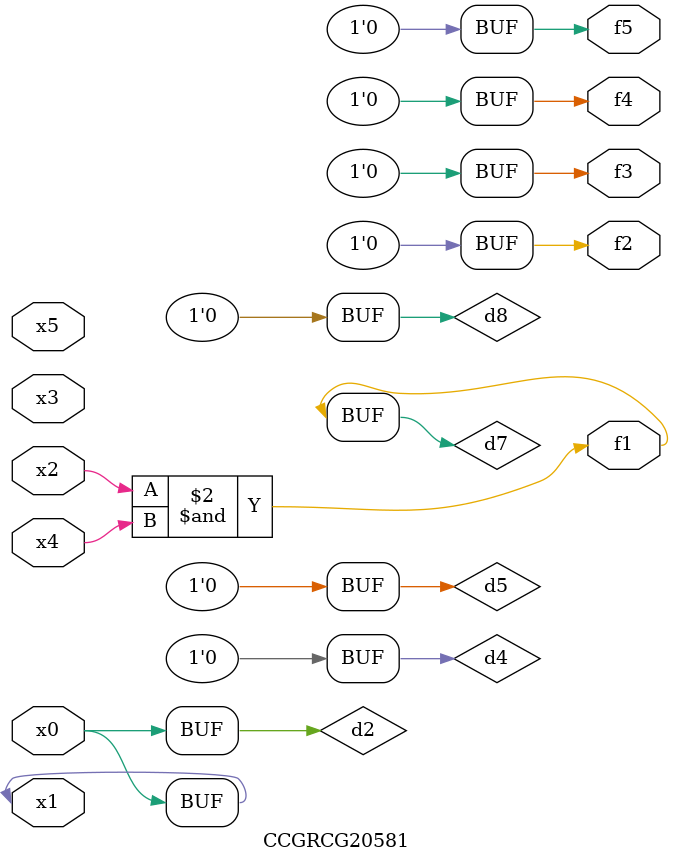
<source format=v>
module CCGRCG20581(
	input x0, x1, x2, x3, x4, x5,
	output f1, f2, f3, f4, f5
);

	wire d1, d2, d3, d4, d5, d6, d7, d8, d9;

	nand (d1, x1);
	buf (d2, x0, x1);
	nand (d3, x2, x4);
	and (d4, d1, d2);
	and (d5, d1, d2);
	nand (d6, d1, d3);
	not (d7, d3);
	xor (d8, d5);
	nor (d9, d5, d6);
	assign f1 = d7;
	assign f2 = d8;
	assign f3 = d8;
	assign f4 = d8;
	assign f5 = d8;
endmodule

</source>
